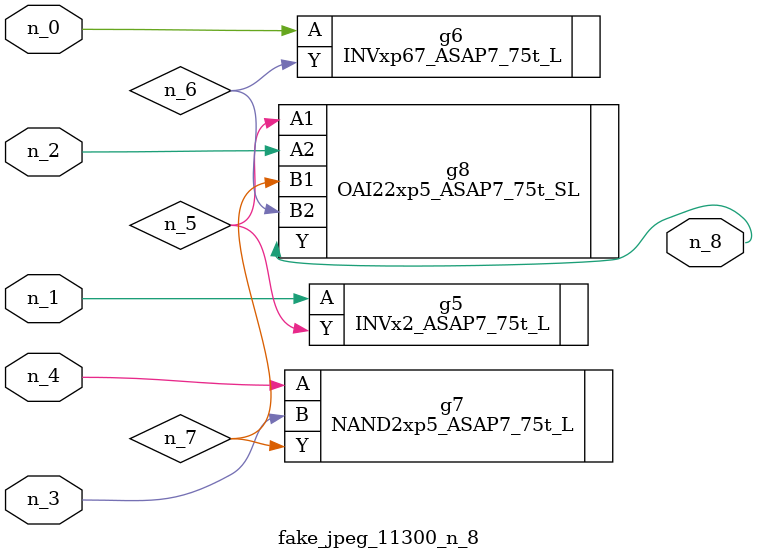
<source format=v>
module fake_jpeg_11300_n_8 (n_3, n_2, n_1, n_0, n_4, n_8);

input n_3;
input n_2;
input n_1;
input n_0;
input n_4;

output n_8;

wire n_6;
wire n_5;
wire n_7;

INVx2_ASAP7_75t_L g5 ( 
.A(n_1),
.Y(n_5)
);

INVxp67_ASAP7_75t_L g6 ( 
.A(n_0),
.Y(n_6)
);

NAND2xp5_ASAP7_75t_L g7 ( 
.A(n_4),
.B(n_3),
.Y(n_7)
);

OAI22xp5_ASAP7_75t_SL g8 ( 
.A1(n_5),
.A2(n_2),
.B1(n_7),
.B2(n_6),
.Y(n_8)
);


endmodule
</source>
